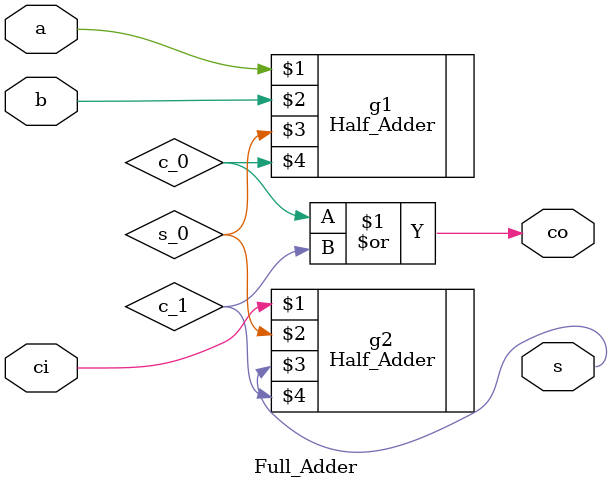
<source format=v>
/*--  *******************************************************
--  Computer Architecture Course, Laboratory Sources 
--  Amirkabir University of Technology (Tehran Polytechnic)
--  Department of Computer Engineering (CE-AUT)
--  https://ce[dot]aut[dot]ac[dot]ir
--  *******************************************************
--  All Rights reserved (C) 2019-2020
--  *******************************************************
--  Student ID  : 9831068
--  Student Name: Farshid Nooshi
--  Student Mail: farshidnooshi726@aut.ac.ir
--  *******************************************************
--  Additional Comments:
--
--*/

/*-----------------------------------------------------------
---  Module Name: Full Adder Gate Level
---  Description: Lab 07 Part 1
-----------------------------------------------------------*/
`timescale 1 ns/1 ns


module Full_Adder(
		input a ,
		input b ,
		input ci ,
		output s ,
		output co
	);
	
	wire s_0,c_0,c_1;
	
	Half_Adder g1(a,b,s_0,c_0),
				  g2(ci,s_0,s,c_1);
	assign co = c_0 | c_1;


endmodule

</source>
